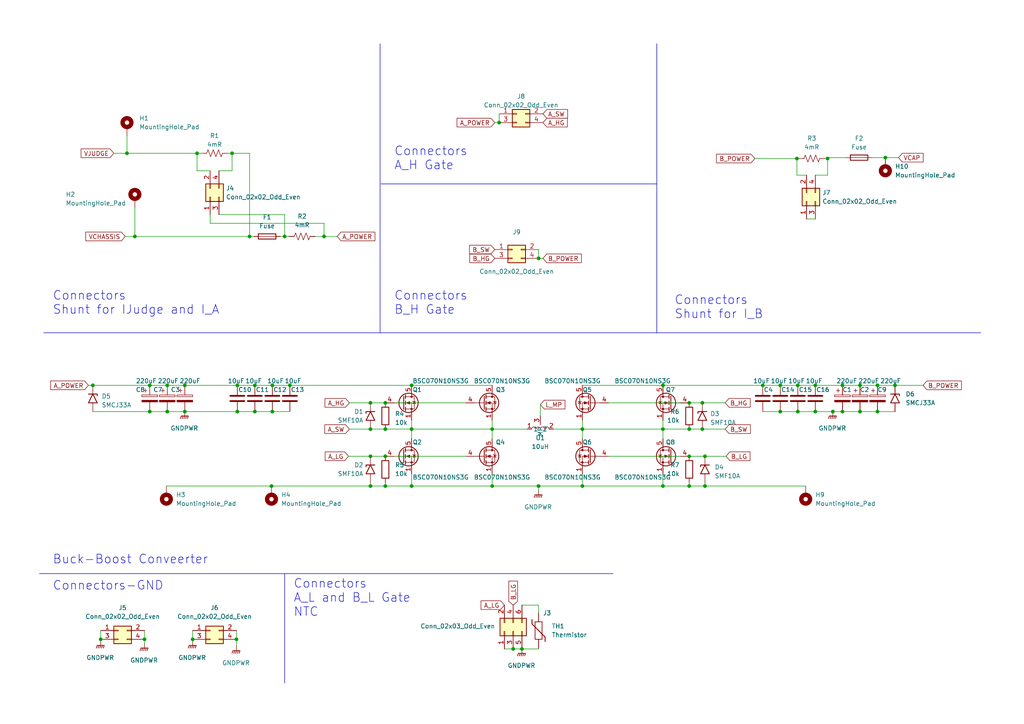
<source format=kicad_sch>
(kicad_sch (version 20230121) (generator eeschema)
  (paper "A4")
  (title_block (title "RM2023_SuperCap_Controller_LowerBoard") (company "HKUST Enterprize"))
  (lib_symbols
    (symbol "0_RM2023:L_MP"
      (property "Reference" "U" (at -3.81 -1.27 0))
      (property "Value" "L_MP" (at -3.81 1.27 0))
      (symbol "L_MP_0_1"
        (arc (start 0 -2.54) (mid 0.6323 -1.905) (end 0 -1.27))
        (arc (start 0 -1.27) (mid 0.6323 -0.635) (end 0 0))
        (arc (start 0 0) (mid 0.6323 0.635) (end 0 1.27))
        (arc (start 0 1.27) (mid 0.6323 1.905) (end 0 2.54))
      )
      (symbol "L_MP_1_1"
        (pin passive line (at 0 3.81 270) (length 1.27) (name "1") (number "1"))
        (pin passive line (at 0 -3.81 90) (length 1.27) (name "2") (number "2"))
        (pin input line (at 3.81 0 180) (length 2.54) (name "MP") (number "3"))
      )
    )
    (symbol "Connector_Generic:Conn_02x02_Odd_Even" (pin_names (offset 1.016) hide)
      (property "Reference" "J" (at 1.27 2.54 0))
      (property "Value" "Conn_02x02_Odd_Even" (at 1.27 -5.08 0))
      (symbol "Conn_02x02_Odd_Even_1_1"
        (rectangle (start -1.27 -2.413) (end 0 -2.667) (stroke (width 0.1524)))
        (rectangle (start -1.27 0.127) (end 0 -0.127) (stroke (width 0.1524)))
        (rectangle (start -1.27 1.27) (end 3.81 -3.81) (stroke (width 0.254)) (fill (type background)))
        (rectangle (start 3.81 -2.413) (end 2.54 -2.667) (stroke (width 0.1524)))
        (rectangle (start 3.81 0.127) (end 2.54 -0.127) (stroke (width 0.1524)))
        (pin passive line (at -5.08 0 0) (length 3.81) (name "Pin_1") (number "1"))
        (pin passive line (at 7.62 0 180) (length 3.81) (name "Pin_2") (number "2"))
        (pin passive line (at -5.08 -2.54 0) (length 3.81) (name "Pin_3") (number "3"))
        (pin passive line (at 7.62 -2.54 180) (length 3.81) (name "Pin_4") (number "4"))
      )
    )
    (symbol "Connector_Generic:Conn_02x03_Odd_Even" (pin_names (offset 1.016) hide)
      (property "Reference" "J" (at 1.27 5.08 0))
      (property "Value" "Conn_02x03_Odd_Even" (at 1.27 -5.08 0))
      (symbol "Conn_02x03_Odd_Even_1_1"
        (rectangle (start -1.27 -2.413) (end 0 -2.667) (stroke (width 0.1524)))
        (rectangle (start -1.27 0.127) (end 0 -0.127) (stroke (width 0.1524)))
        (rectangle (start -1.27 2.667) (end 0 2.413) (stroke (width 0.1524)))
        (rectangle (start -1.27 3.81) (end 3.81 -3.81) (stroke (width 0.254)) (fill (type background)))
        (rectangle (start 3.81 -2.413) (end 2.54 -2.667) (stroke (width 0.1524)))
        (rectangle (start 3.81 0.127) (end 2.54 -0.127) (stroke (width 0.1524)))
        (rectangle (start 3.81 2.667) (end 2.54 2.413) (stroke (width 0.1524)))
        (pin passive line (at -5.08 2.54 0) (length 3.81) (name "Pin_1") (number "1"))
        (pin passive line (at 7.62 2.54 180) (length 3.81) (name "Pin_2") (number "2"))
        (pin passive line (at -5.08 0 0) (length 3.81) (name "Pin_3") (number "3"))
        (pin passive line (at 7.62 0 180) (length 3.81) (name "Pin_4") (number "4"))
        (pin passive line (at -5.08 -2.54 0) (length 3.81) (name "Pin_5") (number "5"))
        (pin passive line (at 7.62 -2.54 180) (length 3.81) (name "Pin_6") (number "6"))
      )
    )
    (symbol "Device:C" (pin_numbers hide) (pin_names (offset 0.254))
      (property "Reference" "C" (at 0.635 2.54 0))
      (property "Value" "C" (at 0.635 -2.54 0))
      (symbol "C_0_1"
        (polyline (pts (xy -2.032 -0.762) (xy 2.032 -0.762)) (stroke (width 0.508)))
        (polyline (pts (xy -2.032 0.762) (xy 2.032 0.762)) (stroke (width 0.508)))
      )
      (symbol "C_1_1"
        (pin passive line (at 0 3.81 270) (length 2.794) (name "~") (number "1"))
        (pin passive line (at 0 -3.81 90) (length 2.794) (name "~") (number "2"))
      )
    )
    (symbol "Device:C_Polarized" (pin_numbers hide) (pin_names (offset 0.254))
      (property "Reference" "C" (at 0.635 2.54 0))
      (property "Value" "C_Polarized" (at 0.635 -2.54 0))
      (symbol "C_Polarized_0_1"
        (rectangle (start -2.286 0.508) (end 2.286 1.016))
        (polyline (pts (xy -1.778 2.286) (xy -0.762 2.286)))
        (polyline (pts (xy -1.27 2.794) (xy -1.27 1.778)))
        (rectangle (start 2.286 -0.508) (end -2.286 -1.016) (fill (type outline)))
      )
      (symbol "C_Polarized_1_1"
        (pin passive line (at 0 3.81 270) (length 2.794) (name "~") (number "1"))
        (pin passive line (at 0 -3.81 90) (length 2.794) (name "~") (number "2"))
      )
    )
    (symbol "Device:Fuse" (pin_numbers hide) (pin_names (offset 0))
      (property "Reference" "F" (at 2.032 0 90))
      (property "Value" "Fuse" (at -1.905 0 90))
      (symbol "Fuse_0_1"
        (rectangle (start -0.762 -2.54) (end 0.762 2.54) (stroke (width 0.254)))
        (polyline (pts (xy 0 2.54) (xy 0 -2.54)))
      )
      (symbol "Fuse_1_1"
        (pin passive line (at 0 3.81 270) (length 1.27) (name "~") (number "1"))
        (pin passive line (at 0 -3.81 90) (length 1.27) (name "~") (number "2"))
      )
    )
    (symbol "Device:R" (pin_numbers hide) (pin_names (offset 0))
      (property "Reference" "R" (at 2.032 0 90))
      (property "Value" "R" (at 0 0 90))
      (symbol "R_0_1"
        (rectangle (start -1.016 -2.54) (end 1.016 2.54) (stroke (width 0.254)))
      )
      (symbol "R_1_1"
        (pin passive line (at 0 3.81 270) (length 1.27) (name "~") (number "1"))
        (pin passive line (at 0 -3.81 90) (length 1.27) (name "~") (number "2"))
      )
    )
    (symbol "Device:R_US" (pin_numbers hide) (pin_names (offset 0))
      (property "Reference" "R" (at 2.54 0 90))
      (property "Value" "R_US" (at -2.54 0 90))
      (symbol "R_US_0_1"
        (polyline (pts (xy 0 -2.286) (xy 0 -2.54)))
        (polyline (pts (xy 0 2.286) (xy 0 2.54)))
        (polyline (pts (xy 0 -0.762) (xy 1.016 -1.143) (xy 0 -1.524) (xy -1.016 -1.905) (xy 0 -2.286)))
        (polyline (pts (xy 0 0.762) (xy 1.016 0.381) (xy 0 0) (xy -1.016 -0.381) (xy 0 -0.762)))
        (polyline (pts (xy 0 2.286) (xy 1.016 1.905) (xy 0 1.524) (xy -1.016 1.143) (xy 0 0.762)))
      )
      (symbol "R_US_1_1"
        (pin passive line (at 0 3.81 270) (length 1.27) (name "~") (number "1"))
        (pin passive line (at 0 -3.81 90) (length 1.27) (name "~") (number "2"))
      )
    )
    (symbol "Device:Thermistor" (pin_numbers hide) (pin_names (offset 0))
      (property "Reference" "TH" (at 2.54 1.27 90))
      (property "Value" "Thermistor" (at -2.54 0 90))
      (symbol "Thermistor_0_1"
        (rectangle (start -1.016 2.54) (end 1.016 -2.54) (stroke (width 0.2032)))
        (polyline (pts (xy -1.905 3.175) (xy -1.905 1.905) (xy 1.905 -1.905) (xy 1.905 -3.175) (xy 1.905 -3.175)) (stroke (width 0.254)))
      )
      (symbol "Thermistor_1_1"
        (pin passive line (at 0 5.08 270) (length 2.54) (name "~") (number "1"))
        (pin passive line (at 0 -5.08 90) (length 2.54) (name "~") (number "2"))
      )
    )
    (symbol "Diode:SMF10A" (pin_numbers hide) (pin_names (offset 1.016) hide)
      (property "Reference" "D" (at 0 2.54 0))
      (property "Value" "SMF10A" (at 0 -2.54 0))
      (symbol "SMF10A_0_1"
        (polyline (pts (xy -0.762 1.27) (xy -1.27 1.27) (xy -1.27 -1.27)) (stroke (width 0.254)))
        (polyline (pts (xy 1.27 1.27) (xy 1.27 -1.27) (xy -1.27 0) (xy 1.27 1.27)) (stroke (width 0.254)))
      )
      (symbol "SMF10A_1_1"
        (pin passive line (at -3.81 0 0) (length 2.54) (name "A1") (number "1"))
        (pin passive line (at 3.81 0 180) (length 2.54) (name "A2") (number "2"))
      )
    )
    (symbol "Mechanical:MountingHole_Pad" (pin_numbers hide) (pin_names (offset 1.016) hide)
      (property "Reference" "H" (at 0 6.35 0))
      (property "Value" "MountingHole_Pad" (at 0 4.445 0))
      (symbol "MountingHole_Pad_0_1"
        (circle (center 0 1.27) (radius 1.27) (stroke (width 1.27)))
      )
      (symbol "MountingHole_Pad_1_1"
        (pin input line (at 0 -2.54 90) (length 2.54) (name "1") (number "1"))
      )
    )
    (symbol "Transistor_FET:BSC070N10NS3G" (pin_names hide)
      (property "Reference" "Q" (at 5.08 1.905 0))
      (property "Value" "BSC070N10NS3G" (at 5.08 0 0))
      (symbol "BSC070N10NS3G_0_1"
        (polyline (pts (xy 0.254 0) (xy -2.54 0)))
        (polyline (pts (xy 0.254 1.905) (xy 0.254 -1.905)) (stroke (width 0.254)))
        (polyline (pts (xy 0.762 -1.27) (xy 0.762 -2.286)) (stroke (width 0.254)))
        (polyline (pts (xy 0.762 0.508) (xy 0.762 -0.508)) (stroke (width 0.254)))
        (polyline (pts (xy 0.762 2.286) (xy 0.762 1.27)) (stroke (width 0.254)))
        (polyline (pts (xy 2.54 2.54) (xy 2.54 1.778)))
        (polyline (pts (xy 2.54 -2.54) (xy 2.54 0) (xy 0.762 0)))
        (polyline (pts (xy 0.762 -1.778) (xy 3.302 -1.778) (xy 3.302 1.778) (xy 0.762 1.778)))
        (polyline (pts (xy 1.016 0) (xy 2.032 0.381) (xy 2.032 -0.381) (xy 1.016 0)) (fill (type outline)))
        (polyline (pts (xy 2.794 0.508) (xy 2.921 0.381) (xy 3.683 0.381) (xy 3.81 0.254)))
        (polyline (pts (xy 3.302 0.381) (xy 2.921 -0.254) (xy 3.683 -0.254) (xy 3.302 0.381)))
        (circle (center 1.651 0) (radius 2.794) (stroke (width 0.254)))
        (circle (center 2.54 -1.778) (radius 0.254) (fill (type outline)))
        (circle (center 2.54 1.778) (radius 0.254) (fill (type outline)))
      )
      (symbol "BSC070N10NS3G_1_1"
        (pin passive line (at 2.54 -5.08 90) (length 2.54) (name "S") (number "1"))
        (pin passive line (at 2.54 -5.08 90) (length 2.54) hide (name "S") (number "2"))
        (pin passive line (at 2.54 -5.08 90) (length 2.54) hide (name "S") (number "3"))
        (pin passive line (at -5.08 0 0) (length 2.54) (name "G") (number "4"))
        (pin passive line (at 2.54 5.08 270) (length 2.54) (name "D") (number "5"))
      )
    )
    (symbol "power:GNDPWR" (power) (pin_names (offset 0))
      (property "Value" "GNDPWR" (at 0 -3.302 0))
      (symbol "GNDPWR_0_1"
        (polyline (pts (xy 0 -1.27) (xy 0 0)))
        (polyline (pts (xy -1.016 -1.27) (xy -1.27 -2.032) (xy -1.27 -2.032)) (stroke (width 0.2032)))
        (polyline (pts (xy -0.508 -1.27) (xy -0.762 -2.032) (xy -0.762 -2.032)) (stroke (width 0.2032)))
        (polyline (pts (xy 0 -1.27) (xy -0.254 -2.032) (xy -0.254 -2.032)) (stroke (width 0.2032)))
        (polyline (pts (xy 0.508 -1.27) (xy 0.254 -2.032) (xy 0.254 -2.032)) (stroke (width 0.2032)))
        (polyline (pts (xy 1.016 -1.27) (xy -1.016 -1.27) (xy -1.016 -1.27)) (stroke (width 0.2032)))
        (polyline (pts (xy 1.016 -1.27) (xy 0.762 -2.032) (xy 0.762 -2.032) (xy 0.762 -2.032)) (stroke (width 0.2032)))
      )
      (symbol "GNDPWR_1_1"
        (pin power_in line (at 0 0 270) (length 0) hide (name "GNDPWR") (number "1"))
      )
    )
  )
  (junction (at 236.474 119.38))
  (junction (at 68.834 119.38))
  (junction (at 144.78 35.56))
  (junction (at 55.88 185.42))
  (junction (at 199.898 140.97))
  (junction (at 203.708 124.46))
  (junction (at 93.98 68.58))
  (junction (at 142.748 124.46))
  (junction (at 168.91 140.97))
  (junction (at 254.508 119.38))
  (junction (at 244.348 111.76))
  (junction (at 78.74 140.97))
  (junction (at 111.76 140.97))
  (junction (at 192.278 124.46))
  (junction (at 26.924 111.76))
  (junction (at 48.514 111.76))
  (junction (at 221.234 111.76))
  (junction (at 226.314 111.76))
  (junction (at 231.394 119.38))
  (junction (at 72.39 68.58))
  (junction (at 231.394 111.76))
  (junction (at 249.428 111.76))
  (junction (at 231.14 45.974))
  (junction (at 43.434 119.38))
  (junction (at 78.994 119.38))
  (junction (at 73.914 119.38))
  (junction (at 111.76 124.46))
  (junction (at 226.314 119.38))
  (junction (at 107.442 132.334))
  (junction (at 249.428 119.38))
  (junction (at 204.47 140.97))
  (junction (at 53.594 111.76))
  (junction (at 29.21 185.42))
  (junction (at 41.91 185.42))
  (junction (at 168.91 124.46))
  (junction (at 236.474 111.76))
  (junction (at 111.76 132.334))
  (junction (at 111.76 116.84))
  (junction (at 156.21 140.97))
  (junction (at 57.15 44.45))
  (junction (at 199.898 132.334))
  (junction (at 241.554 119.38))
  (junction (at 199.898 124.46))
  (junction (at 203.708 116.84))
  (junction (at 156.21 74.93))
  (junction (at 78.994 111.76))
  (junction (at 107.442 140.97))
  (junction (at 259.588 111.76))
  (junction (at 151.384 188.214))
  (junction (at 119.38 111.76))
  (junction (at 73.914 111.76))
  (junction (at 48.514 119.38))
  (junction (at 192.278 111.76))
  (junction (at 53.594 119.38))
  (junction (at 43.434 111.76))
  (junction (at 119.38 124.46))
  (junction (at 36.83 44.45))
  (junction (at 204.47 132.334))
  (junction (at 68.834 111.76))
  (junction (at 240.03 45.974))
  (junction (at 244.348 119.38))
  (junction (at 82.55 68.58))
  (junction (at 148.844 188.214))
  (junction (at 39.116 68.58))
  (junction (at 192.278 140.97))
  (junction (at 256.794 45.72))
  (junction (at 254.508 111.76))
  (junction (at 119.38 140.97))
  (junction (at 67.31 44.45))
  (junction (at 107.442 124.46))
  (junction (at 84.074 111.76))
  (junction (at 107.442 116.84))
  (junction (at 142.748 140.97))
  (junction (at 68.58 185.42))
  (junction (at 199.898 116.84))
  (wire (pts (xy 67.31 49.53) (xy 67.31 44.45)))
  (wire (pts (xy 73.914 111.76) (xy 78.994 111.76)))
  (wire (pts (xy 244.348 111.76) (xy 249.428 111.76)))
  (wire (pts (xy 231.394 111.76) (xy 236.474 111.76)))
  (wire (pts (xy 107.442 140.97) (xy 107.442 139.954)))
  (wire (pts (xy 252.984 45.72) (xy 256.794 45.72)))
  (wire (pts (xy 67.31 44.45) (xy 72.39 44.45)))
  (wire (pts (xy 93.98 68.58) (xy 97.79 68.58)))
  (wire (pts (xy 240.03 45.974) (xy 240.03 45.72)))
  (wire (pts (xy 192.278 137.414) (xy 192.278 140.97)))
  (wire (pts (xy 82.55 68.58) (xy 83.82 68.58)))
  (wire (pts (xy 203.708 116.84) (xy 210.312 116.84)))
  (wire (pts (xy 236.474 119.38) (xy 241.554 119.38)))
  (wire (pts (xy 39.116 68.58) (xy 72.39 68.58)))
  (wire (pts (xy 84.074 111.76) (xy 119.38 111.76)))
  (wire (pts (xy 142.748 140.97) (xy 156.21 140.97)))
  (wire (pts (xy 36.83 44.45) (xy 57.15 44.45)))
  (wire (pts (xy 221.234 111.76) (xy 226.314 111.76)))
  (wire (pts (xy 192.278 127.254) (xy 192.278 124.46)))
  (wire (pts (xy 254.508 111.76) (xy 259.588 111.76)))
  (wire (pts (xy 36.83 44.45) (xy 36.83 39.37)))
  (wire (pts (xy 249.428 111.76) (xy 254.508 111.76)))
  (polyline (pts (xy 11.43 166.37) (xy 177.8 166.37)))
  (wire (pts (xy 218.948 45.974) (xy 231.14 45.974)))
  (wire (pts (xy 192.278 124.46) (xy 199.898 124.46)))
  (wire (pts (xy 156.21 140.97) (xy 168.91 140.97)))
  (wire (pts (xy 60.96 62.23) (xy 60.96 64.77)))
  (wire (pts (xy 101.346 124.46) (xy 107.442 124.46)))
  (wire (pts (xy 25.654 111.76) (xy 26.924 111.76)))
  (wire (pts (xy 226.314 111.76) (xy 231.394 111.76)))
  (wire (pts (xy 78.74 140.97) (xy 107.442 140.97)))
  (wire (pts (xy 244.348 119.38) (xy 241.554 119.38)))
  (wire (pts (xy 168.91 137.414) (xy 168.91 140.97)))
  (wire (pts (xy 48.26 140.97) (xy 78.74 140.97)))
  (wire (pts (xy 199.898 116.84) (xy 203.708 116.84)))
  (wire (pts (xy 55.88 185.42) (xy 55.88 182.88)))
  (polyline (pts (xy 82.55 166.37) (xy 82.55 198.12)))
  (wire (pts (xy 93.98 64.77) (xy 93.98 68.58)))
  (wire (pts (xy 160.528 124.46) (xy 168.91 124.46)))
  (wire (pts (xy 57.15 49.53) (xy 60.96 49.53)))
  (wire (pts (xy 221.234 119.38) (xy 226.314 119.38)))
  (wire (pts (xy 152.908 124.46) (xy 142.748 124.46)))
  (wire (pts (xy 107.442 132.334) (xy 111.76 132.334)))
  (wire (pts (xy 111.76 124.46) (xy 119.38 124.46)))
  (wire (pts (xy 101.346 116.84) (xy 107.442 116.84)))
  (wire (pts (xy 168.91 140.97) (xy 192.278 140.97)))
  (wire (pts (xy 48.514 119.38) (xy 53.594 119.38)))
  (wire (pts (xy 107.442 124.46) (xy 111.76 124.46)))
  (wire (pts (xy 41.91 186.69) (xy 41.91 185.42)))
  (wire (pts (xy 29.21 185.928) (xy 29.21 185.42)))
  (wire (pts (xy 168.91 124.46) (xy 192.278 124.46)))
  (wire (pts (xy 240.03 45.72) (xy 245.364 45.72)))
  (wire (pts (xy 73.914 119.38) (xy 78.994 119.38)))
  (wire (pts (xy 199.898 132.334) (xy 204.47 132.334)))
  (wire (pts (xy 55.88 185.928) (xy 55.88 185.42)))
  (wire (pts (xy 41.91 185.42) (xy 41.91 182.88)))
  (wire (pts (xy 240.03 50.8) (xy 240.03 45.974)))
  (wire (pts (xy 142.748 127.254) (xy 142.748 124.46)))
  (wire (pts (xy 111.76 116.84) (xy 135.128 116.84)))
  (wire (pts (xy 199.898 116.84) (xy 176.53 116.84)))
  (wire (pts (xy 231.14 50.8) (xy 231.14 45.974)))
  (wire (pts (xy 236.474 111.76) (xy 244.348 111.76)))
  (wire (pts (xy 72.39 44.45) (xy 72.39 68.58)))
  (wire (pts (xy 57.15 49.53) (xy 57.15 44.45)))
  (wire (pts (xy 204.47 140.97) (xy 199.898 140.97)))
  (wire (pts (xy 156.718 117.348) (xy 156.718 120.65)))
  (wire (pts (xy 204.47 132.334) (xy 210.566 132.334)))
  (wire (pts (xy 176.53 132.334) (xy 199.898 132.334)))
  (wire (pts (xy 53.594 111.76) (xy 68.834 111.76)))
  (wire (pts (xy 53.594 119.38) (xy 68.834 119.38)))
  (wire (pts (xy 151.384 175.514) (xy 156.21 175.514)))
  (wire (pts (xy 143.51 35.56) (xy 144.78 35.56)))
  (wire (pts (xy 57.15 44.45) (xy 58.42 44.45)))
  (polyline (pts (xy 110.49 53.34) (xy 190.5 53.34)))
  (wire (pts (xy 107.442 116.84) (xy 111.76 116.84)))
  (wire (pts (xy 249.428 119.38) (xy 254.508 119.38)))
  (wire (pts (xy 119.38 127.254) (xy 119.38 124.46)))
  (wire (pts (xy 168.91 127.254) (xy 168.91 124.46)))
  (wire (pts (xy 39.116 60.198) (xy 39.116 68.58)))
  (wire (pts (xy 239.268 45.974) (xy 240.03 45.974)))
  (wire (pts (xy 68.58 187.452) (xy 68.58 185.42)))
  (wire (pts (xy 48.514 111.76) (xy 53.594 111.76)))
  (wire (pts (xy 192.278 111.76) (xy 221.234 111.76)))
  (wire (pts (xy 111.76 140.97) (xy 119.38 140.97)))
  (wire (pts (xy 226.314 119.38) (xy 231.394 119.38)))
  (wire (pts (xy 119.38 140.97) (xy 142.748 140.97)))
  (wire (pts (xy 91.44 68.58) (xy 93.98 68.58)))
  (wire (pts (xy 119.38 137.414) (xy 119.38 140.97)))
  (wire (pts (xy 192.278 124.46) (xy 192.278 121.92)))
  (wire (pts (xy 72.39 68.58) (xy 73.66 68.58)))
  (wire (pts (xy 26.924 119.38) (xy 43.434 119.38)))
  (wire (pts (xy 156.21 188.214) (xy 156.21 187.96)))
  (wire (pts (xy 78.994 119.38) (xy 84.074 119.38)))
  (wire (pts (xy 107.442 140.97) (xy 111.76 140.97)))
  (wire (pts (xy 254.508 119.38) (xy 259.588 119.38)))
  (polyline (pts (xy 190.5 12.7) (xy 190.5 96.52)))
  (wire (pts (xy 259.588 111.76) (xy 267.716 111.76)))
  (wire (pts (xy 119.38 124.46) (xy 119.38 121.92)))
  (wire (pts (xy 156.21 142.24) (xy 156.21 140.97)))
  (wire (pts (xy 26.924 111.76) (xy 43.434 111.76)))
  (wire (pts (xy 68.834 111.76) (xy 73.914 111.76)))
  (wire (pts (xy 231.14 50.8) (xy 233.934 50.8)))
  (wire (pts (xy 68.834 119.38) (xy 73.914 119.38)))
  (wire (pts (xy 67.31 44.45) (xy 66.04 44.45)))
  (wire (pts (xy 101.092 132.334) (xy 107.442 132.334)))
  (wire (pts (xy 244.348 119.38) (xy 249.428 119.38)))
  (wire (pts (xy 203.708 124.46) (xy 210.312 124.46)))
  (wire (pts (xy 233.934 63.5) (xy 236.474 63.5)))
  (wire (pts (xy 43.434 119.38) (xy 48.514 119.38)))
  (wire (pts (xy 119.38 124.46) (xy 142.748 124.46)))
  (wire (pts (xy 156.21 74.93) (xy 156.21 72.39)))
  (wire (pts (xy 63.5 62.23) (xy 82.55 62.23)))
  (wire (pts (xy 256.794 45.72) (xy 260.604 45.72)))
  (wire (pts (xy 231.394 119.38) (xy 236.474 119.38)))
  (wire (pts (xy 199.898 140.97) (xy 199.898 139.954)))
  (wire (pts (xy 63.5 49.53) (xy 67.31 49.53)))
  (wire (pts (xy 68.58 185.42) (xy 68.58 182.88)))
  (wire (pts (xy 78.994 111.76) (xy 84.074 111.76)))
  (wire (pts (xy 151.384 188.214) (xy 156.21 188.214)))
  (wire (pts (xy 156.21 175.514) (xy 156.21 177.8)))
  (wire (pts (xy 60.96 64.77) (xy 93.98 64.77)))
  (wire (pts (xy 43.434 111.76) (xy 48.514 111.76)))
  (wire (pts (xy 151.384 188.214) (xy 148.844 188.214)))
  (wire (pts (xy 233.68 140.97) (xy 204.47 140.97)))
  (wire (pts (xy 199.898 124.46) (xy 203.708 124.46)))
  (wire (pts (xy 168.91 124.46) (xy 168.91 121.92)))
  (wire (pts (xy 39.116 68.58) (xy 36.322 68.58)))
  (wire (pts (xy 236.474 50.8) (xy 240.03 50.8)))
  (wire (pts (xy 111.76 140.97) (xy 111.76 139.954)))
  (wire (pts (xy 142.748 124.46) (xy 142.748 121.92)))
  (polyline (pts (xy 12.7 96.52) (xy 284.48 96.52)))
  (wire (pts (xy 82.55 62.23) (xy 82.55 68.58)))
  (wire (pts (xy 148.844 188.214) (xy 146.304 188.214)))
  (wire (pts (xy 119.38 111.76) (xy 142.748 111.76)))
  (wire (pts (xy 199.898 140.97) (xy 192.278 140.97)))
  (wire (pts (xy 81.28 68.58) (xy 82.55 68.58)))
  (wire (pts (xy 157.48 74.93) (xy 156.21 74.93)))
  (polyline (pts (xy 110.236 12.7) (xy 110.236 96.52)))
  (wire (pts (xy 144.78 35.56) (xy 144.78 33.02)))
  (wire (pts (xy 111.76 132.334) (xy 135.128 132.334)))
  (wire (pts (xy 142.748 137.414) (xy 142.748 140.97)))
  (wire (pts (xy 231.14 45.974) (xy 231.648 45.974)))
  (wire (pts (xy 33.02 44.45) (xy 36.83 44.45)))
  (wire (pts (xy 204.47 140.97) (xy 204.47 139.954)))
  (wire (pts (xy 29.21 185.42) (xy 29.21 182.88)))
  (wire (pts (xy 168.91 111.76) (xy 192.278 111.76)))
  (text "Connectors\nB_H Gate" (at 114.3 91.44 0) (effects (font (size 2.54 2.54)) (justify left bottom)))
  (text "Connectors\nShunt for IJudge and I_A" (at 15.24 91.44 0) (effects (font (size 2.54 2.54)) (justify left bottom)))
  (text "Connectors-GND" (at 15.24 171.45 0) (effects (font (size 2.54 2.54)) (justify left bottom)))
  (text "Buck-Boost Conveerter" (at 15.24 163.83 0) (effects (font (size 2.54 2.54)) (justify left bottom)))
  (text "Connectors\nShunt for I_B" (at 195.58 92.71 0) (effects (font (size 2.54 2.54)) (justify left bottom)))
  (text "Connectors\nA_L and B_L Gate\nNTC" (at 85.09 179.07 0) (effects (font (size 2.54 2.54)) (justify left bottom)))
  (text "Connectors\nA_H Gate" (at 114.3 49.53 0) (effects (font (size 2.54 2.54)) (justify left bottom)))
  (global_label "A_SW" (shape input) (at 157.48 33.02 0) (property "Intersheetrefs" "${INTERSHEET_REFS}" (effects hide)))
  (global_label "A_POWER" (shape input) (at 25.654 111.76 180) (property "Intersheetrefs" "${INTERSHEET_REFS}" (effects hide)))
  (global_label "A_SW" (shape input) (at 101.346 124.46 180) (property "Intersheetrefs" "${INTERSHEET_REFS}" (effects hide)))
  (global_label "B_POWER" (shape input) (at 157.48 74.93 0) (property "Intersheetrefs" "${INTERSHEET_REFS}" (effects hide)))
  (global_label "B_SW" (shape input) (at 210.312 124.46 0) (property "Intersheetrefs" "${INTERSHEET_REFS}" (effects hide)))
  (global_label "B_LG" (shape input) (at 210.566 132.334 0) (property "Intersheetrefs" "${INTERSHEET_REFS}" (effects hide)))
  (global_label "A_POWER" (shape input) (at 97.79 68.58 0) (property "Intersheetrefs" "${INTERSHEET_REFS}" (effects hide)))
  (global_label "A_POWER" (shape input) (at 143.51 35.56 180) (property "Intersheetrefs" "${INTERSHEET_REFS}" (effects hide)))
  (global_label "VCHASSIS" (shape input) (at 36.322 68.58 180) (property "Intersheetrefs" "${INTERSHEET_REFS}" (effects hide)))
  (global_label "A_HG" (shape input) (at 101.346 116.84 180) (property "Intersheetrefs" "${INTERSHEET_REFS}" (effects hide)))
  (global_label "VJUDGE" (shape input) (at 33.02 44.45 180) (property "Intersheetrefs" "${INTERSHEET_REFS}" (effects hide)))
  (global_label "L_MP" (shape input) (at 156.718 117.348 0) (property "Intersheetrefs" "${INTERSHEET_REFS}" (effects hide)))
  (global_label "B_HG" (shape input) (at 210.312 116.84 0) (property "Intersheetrefs" "${INTERSHEET_REFS}" (effects hide)))
  (global_label "B_SW" (shape input) (at 143.51 72.39 180) (property "Intersheetrefs" "${INTERSHEET_REFS}" (effects hide)))
  (global_label "A_HG" (shape input) (at 157.48 35.56 0) (property "Intersheetrefs" "${INTERSHEET_REFS}" (effects hide)))
  (global_label "VCAP" (shape input) (at 260.604 45.72 0) (property "Intersheetrefs" "${INTERSHEET_REFS}" (effects hide)))
  (global_label "B_LG" (shape input) (at 148.844 175.514 90) (property "Intersheetrefs" "${INTERSHEET_REFS}" (effects hide)))
  (global_label "A_LG" (shape input) (at 146.304 175.514 180) (property "Intersheetrefs" "${INTERSHEET_REFS}" (effects hide)))
  (global_label "A_LG" (shape input) (at 101.092 132.334 180) (property "Intersheetrefs" "${INTERSHEET_REFS}" (effects hide)))
  (global_label "B_POWER" (shape input) (at 218.948 45.974 180) (property "Intersheetrefs" "${INTERSHEET_REFS}" (effects hide)))
  (global_label "B_POWER" (shape input) (at 267.716 111.76 0) (property "Intersheetrefs" "${INTERSHEET_REFS}" (effects hide)))
  (global_label "B_HG" (shape input) (at 143.51 74.93 180) (property "Intersheetrefs" "${INTERSHEET_REFS}" (effects hide)))
  (symbol (lib_id "0_RM2023:L_MP") (at 156.718 124.46 90) (unit 1)
    (property "Reference" "U1" (at 156.718 127 90))
    (property "Value" "10uH" (at 156.718 129.54 90))
    (property "Footprint" "0_RM2023:PQ2617BHA" (effects hide))
  )
  (symbol (lib_id "Transistor_FET:BSC070N10NS3G") (at 194.818 116.84 0) (mirror y) (unit 1)
    (property "Reference" "Q7" (at 195.834 113.03 0) (effects (justify left)))
    (property "Value" "BSC070N10NS3G" (at 194.564 110.49 0) (effects (justify left)))
    (property "Footprint" "Package_TO_SOT_SMD:TDSON-8-1" (effects hide))
    (property "Datasheet" "http://www.infineon.com/dgdl/Infineon-BSC070N10NS3-DS-v02_01-en.pdf?fileId=db3a304327b89750012824712c6c6f2f" (effects hide))
  )
  (symbol (lib_id "Device:C") (at 221.234 115.57 0) (unit 1)
    (property "Reference" "C4" (at 221.488 113.03 0) (effects (justify left)))
    (property "Value" "10uF" (at 218.44 110.49 0) (effects (justify left)))
    (property "Footprint" "Capacitor_SMD:C_1210_3225Metric_Pad1.33x2.70mm_HandSolder" (effects hide))
  )
  (symbol (lib_id "Mechanical:MountingHole_Pad") (at 256.794 48.26 180) (unit 1)
    (property "Reference" "H10" (at 259.588 48.2599 0) (effects (justify right)))
    (property "Value" "MountingHole_Pad" (at 259.588 50.7999 0) (effects (justify right)))
    (property "Footprint" "0_RM2023:Pad_3" (effects hide))
  )
  (symbol (lib_id "Device:C_Polarized") (at 249.428 115.57 0) (unit 1)
    (property "Reference" "C2" (at 249.428 113.03 0) (effects (justify left)))
    (property "Value" "220uF" (at 248.92 110.49 0) (effects (justify left)))
    (property "Footprint" "Capacitor_SMD:CP_Elec_10x14.3" (effects hide))
  )
  (symbol (lib_id "Diode:SMF10A") (at 107.442 136.144 90) (mirror x) (unit 1)
    (property "Reference" "D2" (at 105.41 134.8739 90) (effects (justify left)))
    (property "Value" "SMF10A" (at 105.41 137.4139 90) (effects (justify left)))
    (property "Footprint" "Diode_SMD:D_SMF" (effects hide))
    (property "Datasheet" "https://www.vishay.com/doc?85881" (effects hide))
  )
  (symbol (lib_id "Connector_Generic:Conn_02x02_Odd_Even") (at 60.96 182.88 0) (unit 1)
    (property "Reference" "J6" (at 62.23 176.276 0))
    (property "Value" "Conn_02x02_Odd_Even" (at 62.23 178.816 0))
    (property "Footprint" "Connector_PinHeader_2.54mm:PinHeader_2x02_P2.54mm_Vertical_SMD" (effects hide))
  )
  (symbol (lib_id "Mechanical:MountingHole_Pad") (at 78.74 143.51 180) (unit 1)
    (property "Reference" "H4" (at 81.534 143.5099 0) (effects (justify right)))
    (property "Value" "MountingHole_Pad" (at 81.534 146.0499 0) (effects (justify right)))
    (property "Footprint" "0_RM2023:Pad_3" (effects hide))
  )
  (symbol (lib_id "Device:R") (at 199.898 120.65 0) (mirror y) (unit 1)
    (property "Reference" "R6" (at 197.104 119.3799 0) (effects (justify left)))
    (property "Value" "10k" (at 197.104 121.9199 0) (effects (justify left)))
    (property "Footprint" "Resistor_SMD:R_0603_1608Metric" (effects hide))
  )
  (symbol (lib_id "power:GNDPWR") (at 151.384 188.214 0) (unit 1)
    (property "Reference" "#PWR0104" (effects hide))
    (property "Value" "GNDPWR" (at 151.257 193.04 0))
  )
  (symbol (lib_id "Mechanical:MountingHole_Pad") (at 39.116 57.658 0) (unit 1)
    (property "Reference" "H2" (at 19.05 56.388 0) (effects (justify left)))
    (property "Value" "MountingHole_Pad" (at 19.05 58.928 0) (effects (justify left)))
    (property "Footprint" "0_RM2023:Pad_3" (effects hide))
  )
  (symbol (lib_id "Transistor_FET:BSC070N10NS3G") (at 116.84 116.84 0) (unit 1)
    (property "Reference" "Q1" (at 119.634 113.03 0) (effects (justify left)))
    (property "Value" "BSC070N10NS3G" (at 119.634 110.49 0) (effects (justify left)))
    (property "Footprint" "Package_TO_SOT_SMD:TDSON-8-1" (effects hide))
    (property "Datasheet" "http://www.infineon.com/dgdl/Infineon-BSC070N10NS3-DS-v02_01-en.pdf?fileId=db3a304327b89750012824712c6c6f2f" (effects hide))
  )
  (symbol (lib_id "Device:Fuse") (at 249.174 45.72 90) (unit 1)
    (property "Reference" "F2" (at 249.174 40.132 90))
    (property "Value" "Fuse" (at 249.174 42.672 90))
    (property "Footprint" "Fuse:Fuseholder_Littelfuse_Nano2_157x" (effects hide))
  )
  (symbol (lib_id "Transistor_FET:BSC070N10NS3G") (at 140.208 116.84 0) (unit 1)
    (property "Reference" "Q3" (at 143.764 113.03 0) (effects (justify left)))
    (property "Value" "BSC070N10NS3G" (at 137.414 110.49 0) (effects (justify left)))
    (property "Footprint" "Package_TO_SOT_SMD:TDSON-8-1" (effects hide))
    (property "Datasheet" "http://www.infineon.com/dgdl/Infineon-BSC070N10NS3-DS-v02_01-en.pdf?fileId=db3a304327b89750012824712c6c6f2f" (effects hide))
  )
  (symbol (lib_id "power:GNDPWR") (at 53.594 119.38 0) (unit 1)
    (property "Reference" "#PWR0106" (effects hide))
    (property "Value" "GNDPWR" (at 53.467 124.206 0))
  )
  (symbol (lib_id "Connector_Generic:Conn_02x02_Odd_Even") (at 34.29 182.88 0) (unit 1)
    (property "Reference" "J5" (at 35.56 176.276 0))
    (property "Value" "Conn_02x02_Odd_Even" (at 35.56 178.816 0))
    (property "Footprint" "Connector_PinHeader_2.54mm:PinHeader_2x02_P2.54mm_Vertical_SMD" (effects hide))
  )
  (symbol (lib_id "Connector_Generic:Conn_02x02_Odd_Even") (at 149.86 33.02 0) (unit 1)
    (property "Reference" "J8" (at 151.13 27.94 0))
    (property "Value" "Conn_02x02_Odd_Even" (at 151.13 30.48 0))
    (property "Footprint" "Connector_PinHeader_2.54mm:PinHeader_2x02_P2.54mm_Vertical_SMD" (effects hide))
  )
  (symbol (lib_id "Device:R") (at 111.76 136.144 0) (unit 1)
    (property "Reference" "R5" (at 114.554 134.8739 0) (effects (justify left)))
    (property "Value" "10k" (at 114.554 137.4139 0) (effects (justify left)))
    (property "Footprint" "Resistor_SMD:R_0603_1608Metric" (effects hide))
  )
  (symbol (lib_id "Device:C") (at 84.074 115.57 0) (unit 1)
    (property "Reference" "C13" (at 84.328 113.03 0) (effects (justify left)))
    (property "Value" "10uF" (at 82.55 110.49 0) (effects (justify left)))
    (property "Footprint" "Capacitor_SMD:C_1210_3225Metric_Pad1.33x2.70mm_HandSolder" (effects hide))
  )
  (symbol (lib_id "Device:C") (at 68.834 115.57 0) (unit 1)
    (property "Reference" "C10" (at 69.088 113.03 0) (effects (justify left)))
    (property "Value" "10uF" (at 66.04 110.49 0) (effects (justify left)))
    (property "Footprint" "Capacitor_SMD:C_1210_3225Metric_Pad1.33x2.70mm_HandSolder" (effects hide))
  )
  (symbol (lib_id "Device:C_Polarized") (at 48.514 115.57 0) (unit 1)
    (property "Reference" "C7" (at 44.45 113.03 0) (effects (justify left)))
    (property "Value" "220uF" (at 45.72 110.49 0) (effects (justify left)))
    (property "Footprint" "Capacitor_SMD:CP_Elec_10x14.3" (effects hide))
  )
  (symbol (lib_id "Transistor_FET:BSC070N10NS3G") (at 140.208 132.334 0) (unit 1)
    (property "Reference" "Q4" (at 143.764 128.27 0) (effects (justify left)))
    (property "Value" "BSC070N10NS3G" (at 137.414 138.43 0) (effects (justify left)))
    (property "Footprint" "Package_TO_SOT_SMD:TDSON-8-1" (effects hide))
    (property "Datasheet" "http://www.infineon.com/dgdl/Infineon-BSC070N10NS3-DS-v02_01-en.pdf?fileId=db3a304327b89750012824712c6c6f2f" (effects hide))
  )
  (symbol (lib_id "power:GNDPWR") (at 55.88 185.928 0) (unit 1)
    (property "Reference" "#PWR0105" (effects hide))
    (property "Value" "GNDPWR" (at 55.753 190.754 0))
  )
  (symbol (lib_id "Device:C") (at 78.994 115.57 0) (unit 1)
    (property "Reference" "C12" (at 79.248 113.03 0) (effects (justify left)))
    (property "Value" "10uF" (at 77.47 110.49 0) (effects (justify left)))
    (property "Footprint" "Capacitor_SMD:C_1210_3225Metric_Pad1.33x2.70mm_HandSolder" (effects hide))
  )
  (symbol (lib_id "Device:C_Polarized") (at 43.434 115.57 0) (unit 1)
    (property "Reference" "C8" (at 39.37 113.03 0) (effects (justify left)))
    (property "Value" "220uF" (at 39.37 110.49 0) (effects (justify left)))
    (property "Footprint" "Capacitor_SMD:CP_Elec_10x14.3" (effects hide))
  )
  (symbol (lib_id "Device:R_US") (at 62.23 44.45 270) (unit 1)
    (property "Reference" "R1" (at 62.23 39.37 90))
    (property "Value" "4mR" (at 62.23 41.91 90))
    (property "Footprint" "Resistor_SMD:R_2512_6332Metric_Pad1.40x3.35mm_HandSolder" (effects hide))
  )
  (symbol (lib_id "power:GNDPWR") (at 29.21 185.928 0) (unit 1)
    (property "Reference" "#PWR0103" (effects hide))
    (property "Value" "GNDPWR" (at 29.083 190.754 0))
  )
  (symbol (lib_id "Device:C_Polarized") (at 53.594 115.57 0) (unit 1)
    (property "Reference" "C3" (at 49.53 113.03 0) (effects (justify left)))
    (property "Value" "220uF" (at 52.07 110.49 0) (effects (justify left)))
    (property "Footprint" "Capacitor_SMD:CP_Elec_10x14.3" (effects hide))
  )
  (symbol (lib_id "Mechanical:MountingHole_Pad") (at 48.26 143.51 180) (unit 1)
    (property "Reference" "H3" (at 51.054 143.5099 0) (effects (justify right)))
    (property "Value" "MountingHole_Pad" (at 51.054 146.0499 0) (effects (justify right)))
    (property "Footprint" "0_RM2023:Pad_3" (effects hide))
  )
  (symbol (lib_id "Transistor_FET:BSC070N10NS3G") (at 171.45 116.84 0) (mirror y) (unit 1)
    (property "Reference" "Q5" (at 171.704 113.03 0) (effects (justify left)))
    (property "Value" "BSC070N10NS3G" (at 174.244 110.49 0) (effects (justify left)))
    (property "Footprint" "Package_TO_SOT_SMD:TDSON-8-1" (effects hide))
    (property "Datasheet" "http://www.infineon.com/dgdl/Infineon-BSC070N10NS3-DS-v02_01-en.pdf?fileId=db3a304327b89750012824712c6c6f2f" (effects hide))
  )
  (symbol (lib_id "Device:R") (at 199.898 136.144 0) (mirror y) (unit 1)
    (property "Reference" "R7" (at 197.104 134.8739 0) (effects (justify left)))
    (property "Value" "10k" (at 197.104 137.4139 0) (effects (justify left)))
    (property "Footprint" "Resistor_SMD:R_0603_1608Metric" (effects hide))
  )
  (symbol (lib_id "Device:Thermistor") (at 156.21 182.88 0) (unit 1)
    (property "Reference" "TH1" (at 160.02 181.6099 0) (effects (justify left)))
    (property "Value" "Thermistor" (at 160.02 184.1499 0) (effects (justify left)))
    (property "Footprint" "Resistor_SMD:R_1206_3216Metric_Pad1.30x1.75mm_HandSolder" (effects hide))
  )
  (symbol (lib_id "Device:R_US") (at 235.458 45.974 90) (unit 1)
    (property "Reference" "R3" (at 235.458 40.132 90))
    (property "Value" "4mR" (at 235.458 42.672 90))
    (property "Footprint" "Resistor_SMD:R_2512_6332Metric_Pad1.40x3.35mm_HandSolder" (effects hide))
  )
  (symbol (lib_id "power:GNDPWR") (at 68.58 187.452 0) (unit 1)
    (property "Reference" "#PWR0108" (effects hide))
    (property "Value" "GNDPWR" (at 68.453 192.278 0))
  )
  (symbol (lib_id "power:GNDPWR") (at 241.554 119.38 0) (unit 1)
    (property "Reference" "#PWR0101" (effects hide))
    (property "Value" "GNDPWR" (at 241.427 124.206 0))
  )
  (symbol (lib_id "Device:C_Polarized") (at 244.348 115.57 0) (unit 1)
    (property "Reference" "C1" (at 244.348 113.03 0) (effects (justify left)))
    (property "Value" "220uF" (at 242.57 110.49 0) (effects (justify left)))
    (property "Footprint" "Capacitor_SMD:CP_Elec_10x14.3" (effects hide))
  )
  (symbol (lib_id "Transistor_FET:BSC070N10NS3G") (at 116.84 132.334 0) (unit 1)
    (property "Reference" "Q2" (at 119.634 128.27 0) (effects (justify left)))
    (property "Value" "BSC070N10NS3G" (at 119.634 138.43 0) (effects (justify left)))
    (property "Footprint" "Package_TO_SOT_SMD:TDSON-8-1" (effects hide))
    (property "Datasheet" "http://www.infineon.com/dgdl/Infineon-BSC070N10NS3-DS-v02_01-en.pdf?fileId=db3a304327b89750012824712c6c6f2f" (effects hide))
  )
  (symbol (lib_id "Transistor_FET:BSC070N10NS3G") (at 171.45 132.334 0) (mirror y) (unit 1)
    (property "Reference" "Q6" (at 171.704 128.27 0) (effects (justify left)))
    (property "Value" "BSC070N10NS3G" (at 174.244 138.43 0) (effects (justify left)))
    (property "Footprint" "Package_TO_SOT_SMD:TDSON-8-1" (effects hide))
    (property "Datasheet" "http://www.infineon.com/dgdl/Infineon-BSC070N10NS3-DS-v02_01-en.pdf?fileId=db3a304327b89750012824712c6c6f2f" (effects hide))
  )
  (symbol (lib_id "Diode:SMF10A") (at 259.588 115.57 270) (unit 1)
    (property "Reference" "D6" (at 262.636 114.2999 90) (effects (justify left)))
    (property "Value" "SMCJ33A" (at 262.636 116.8399 90) (effects (justify left)))
    (property "Footprint" "Diode_SMD:D_SMC" (effects hide))
    (property "Datasheet" "https://www.vishay.com/doc?85881" (effects hide))
  )
  (symbol (lib_id "Connector_Generic:Conn_02x02_Odd_Even") (at 148.59 72.39 0) (unit 1)
    (property "Reference" "J9" (at 149.86 67.31 0))
    (property "Value" "Conn_02x02_Odd_Even" (at 149.86 78.74 0))
    (property "Footprint" "Connector_PinHeader_2.54mm:PinHeader_2x02_P2.54mm_Vertical_SMD" (effects hide))
  )
  (symbol (lib_id "Device:C") (at 231.394 115.57 0) (unit 1)
    (property "Reference" "C15" (at 231.648 113.03 0) (effects (justify left)))
    (property "Value" "10uF" (at 228.6 110.49 0) (effects (justify left)))
    (property "Footprint" "Capacitor_SMD:C_1210_3225Metric_Pad1.33x2.70mm_HandSolder" (effects hide))
  )
  (symbol (lib_id "Connector_Generic:Conn_02x02_Odd_Even") (at 233.934 58.42 90) (unit 1)
    (property "Reference" "J7" (at 238.506 55.8799 90) (effects (justify right)))
    (property "Value" "Conn_02x02_Odd_Even" (at 238.506 58.4199 90) (effects (justify right)))
    (property "Footprint" "Connector_PinHeader_2.54mm:PinHeader_2x02_P2.54mm_Vertical_SMD" (effects hide))
  )
  (symbol (lib_id "Device:R_US") (at 87.63 68.58 90) (unit 1)
    (property "Reference" "R2" (at 87.63 62.738 90))
    (property "Value" "4mR" (at 87.63 65.278 90))
    (property "Footprint" "Resistor_SMD:R_2512_6332Metric_Pad1.40x3.35mm_HandSolder" (effects hide))
  )
  (symbol (lib_id "Diode:SMF10A") (at 204.47 136.144 90) (mirror x) (unit 1)
    (property "Reference" "D4" (at 207.264 135.509 90) (effects (justify right)))
    (property "Value" "SMF10A" (at 207.264 138.049 90) (effects (justify right)))
    (property "Footprint" "Diode_SMD:D_SMF" (effects hide))
    (property "Datasheet" "https://www.vishay.com/doc?85881" (effects hide))
  )
  (symbol (lib_id "Connector_Generic:Conn_02x03_Odd_Even") (at 148.844 183.134 90) (unit 1)
    (property "Reference" "J3" (at 157.48 177.8 90) (effects (justify right)))
    (property "Value" "Conn_02x03_Odd_Even" (at 121.92 181.61 90) (effects (justify right)))
    (property "Footprint" "Connector_PinHeader_2.54mm:PinHeader_2x03_P2.54mm_Vertical_SMD" (effects hide))
  )
  (symbol (lib_id "power:GNDPWR") (at 156.21 142.24 0) (unit 1)
    (property "Reference" "#PWR0102" (effects hide))
    (property "Value" "GNDPWR" (at 156.083 147.066 0))
  )
  (symbol (lib_id "Device:C") (at 73.914 115.57 0) (unit 1)
    (property "Reference" "C11" (at 74.168 113.03 0) (effects (justify left)))
    (property "Value" "10uF" (at 71.12 110.49 0) (effects (justify left)))
    (property "Footprint" "Capacitor_SMD:C_1210_3225Metric_Pad1.33x2.70mm_HandSolder" (effects hide))
  )
  (symbol (lib_id "Diode:SMF10A") (at 107.442 120.65 90) (mirror x) (unit 1)
    (property "Reference" "D1" (at 105.41 119.3799 90) (effects (justify left)))
    (property "Value" "SMF10A" (at 105.41 121.9199 90) (effects (justify left)))
    (property "Footprint" "Diode_SMD:D_SMF" (effects hide))
    (property "Datasheet" "https://www.vishay.com/doc?85881" (effects hide))
  )
  (symbol (lib_id "Diode:SMF10A") (at 26.924 115.57 270) (unit 1)
    (property "Reference" "D5" (at 29.464 114.935 90) (effects (justify left)))
    (property "Value" "SMCJ33A" (at 29.464 117.475 90) (effects (justify left)))
    (property "Footprint" "Diode_SMD:D_SMC" (effects hide))
    (property "Datasheet" "https://www.vishay.com/doc?85881" (effects hide))
  )
  (symbol (lib_id "Mechanical:MountingHole_Pad") (at 36.83 36.83 0) (unit 1)
    (property "Reference" "H1" (at 40.386 34.2899 0) (effects (justify left)))
    (property "Value" "MountingHole_Pad" (at 40.386 36.8299 0) (effects (justify left)))
    (property "Footprint" "0_RM2023:Pad_3" (effects hide))
  )
  (symbol (lib_id "Device:R") (at 111.76 120.65 0) (unit 1)
    (property "Reference" "R4" (at 114.554 120.015 0) (effects (justify left)))
    (property "Value" "10k" (at 114.554 122.555 0) (effects (justify left)))
    (property "Footprint" "Resistor_SMD:R_0603_1608Metric" (effects hide))
  )
  (symbol (lib_id "Device:C") (at 226.314 115.57 0) (unit 1)
    (property "Reference" "C14" (at 226.568 113.03 0) (effects (justify left)))
    (property "Value" "10uF" (at 223.52 110.49 0) (effects (justify left)))
    (property "Footprint" "Capacitor_SMD:C_1210_3225Metric_Pad1.33x2.70mm_HandSolder" (effects hide))
  )
  (symbol (lib_id "Device:C") (at 236.474 115.57 0) (unit 1)
    (property "Reference" "C16" (at 236.728 113.03 0) (effects (justify left)))
    (property "Value" "10uF" (at 233.68 110.49 0) (effects (justify left)))
    (property "Footprint" "Capacitor_SMD:C_1210_3225Metric_Pad1.33x2.70mm_HandSolder" (effects hide))
  )
  (symbol (lib_id "Mechanical:MountingHole_Pad") (at 233.68 143.51 180) (unit 1)
    (property "Reference" "H9" (at 236.474 143.5099 0) (effects (justify right)))
    (property "Value" "MountingHole_Pad" (at 236.474 146.0499 0) (effects (justify right)))
    (property "Footprint" "0_RM2023:Pad_3" (effects hide))
  )
  (symbol (lib_id "Device:Fuse") (at 77.47 68.58 90) (unit 1)
    (property "Reference" "F1" (at 77.47 62.992 90))
    (property "Value" "Fuse" (at 77.47 65.532 90))
    (property "Footprint" "Fuse:Fuseholder_Littelfuse_Nano2_157x" (effects hide))
  )
  (symbol (lib_id "Diode:SMF10A") (at 203.708 120.65 90) (mirror x) (unit 1)
    (property "Reference" "D3" (at 205.994 120.015 90) (effects (justify right)))
    (property "Value" "SMF10A" (at 205.994 122.555 90) (effects (justify right)))
    (property "Footprint" "Diode_SMD:D_SMF" (effects hide))
    (property "Datasheet" "https://www.vishay.com/doc?85881" (effects hide))
  )
  (symbol (lib_id "Device:C_Polarized") (at 254.508 115.57 0) (unit 1)
    (property "Reference" "C9" (at 254.508 113.03 0) (effects (justify left)))
    (property "Value" "220uF" (at 255.27 110.49 0) (effects (justify left)))
    (property "Footprint" "Capacitor_SMD:CP_Elec_10x14.3" (effects hide))
  )
  (symbol (lib_id "power:GNDPWR") (at 41.91 186.69 0) (unit 1)
    (property "Reference" "#PWR0107" (effects hide))
    (property "Value" "GNDPWR" (at 41.783 191.516 0))
  )
  (symbol (lib_id "Transistor_FET:BSC070N10NS3G") (at 194.818 132.334 0) (mirror y) (unit 1)
    (property "Reference" "Q8" (at 195.834 128.27 0) (effects (justify left)))
    (property "Value" "BSC070N10NS3G" (at 194.564 138.43 0) (effects (justify left)))
    (property "Footprint" "Package_TO_SOT_SMD:TDSON-8-1" (effects hide))
    (property "Datasheet" "http://www.infineon.com/dgdl/Infineon-BSC070N10NS3-DS-v02_01-en.pdf?fileId=db3a304327b89750012824712c6c6f2f" (effects hide))
  )
  (symbol (lib_id "Connector_Generic:Conn_02x02_Odd_Even") (at 60.96 57.15 90) (unit 1)
    (property "Reference" "J4" (at 65.532 54.6099 90) (effects (justify right)))
    (property "Value" "Conn_02x02_Odd_Even" (at 65.532 57.1499 90) (effects (justify right)))
    (property "Footprint" "Connector_PinHeader_2.54mm:PinHeader_2x02_P2.54mm_Vertical_SMD" (effects hide))
  )
)
</source>
